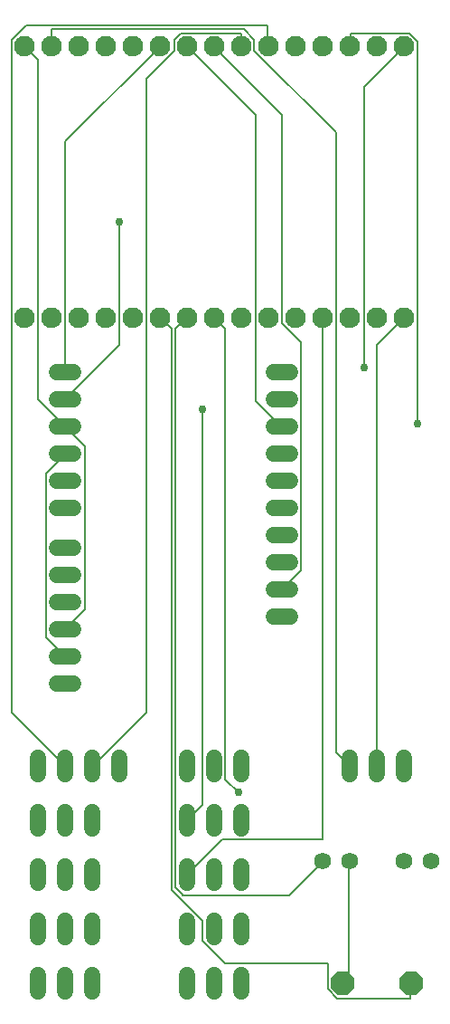
<source format=gbr>
G04 EAGLE Gerber RS-274X export*
G75*
%MOMM*%
%FSLAX34Y34*%
%LPD*%
%INBottom Copper*%
%IPPOS*%
%AMOC8*
5,1,8,0,0,1.08239X$1,22.5*%
G01*
G04 Define Apertures*
%ADD10C,1.930400*%
%ADD11C,1.524000*%
%ADD12P,2.336880X8X22.500000*%
%ADD13C,1.581000*%
%ADD14C,0.152400*%
%ADD15C,0.756400*%
D10*
X-152300Y977888D03*
X-177700Y977888D03*
X-203100Y977888D03*
X-228500Y977888D03*
X-253900Y977888D03*
X-279300Y977888D03*
X-304700Y977888D03*
X-330100Y977888D03*
X-355500Y977888D03*
X-380900Y977888D03*
X-406300Y977888D03*
X-431700Y977888D03*
X-457100Y977888D03*
X-482500Y977888D03*
X-507900Y977888D03*
X-152300Y723838D03*
X-177700Y723838D03*
X-203100Y723838D03*
X-228500Y723838D03*
X-253900Y723838D03*
X-279300Y723838D03*
X-304700Y723838D03*
X-330100Y723838D03*
X-355500Y723838D03*
X-380900Y723838D03*
X-406300Y723838D03*
X-431700Y723838D03*
X-457100Y723838D03*
X-482500Y723838D03*
X-507900Y723838D03*
D11*
X-477520Y546100D02*
X-462280Y546100D01*
X-462280Y571500D02*
X-477520Y571500D01*
X-477520Y596900D02*
X-462280Y596900D01*
X-462280Y622300D02*
X-477520Y622300D01*
X-477520Y647700D02*
X-462280Y647700D01*
X-462280Y673100D02*
X-477520Y673100D01*
D12*
X-210312Y101600D03*
X-145288Y101600D03*
D11*
X-495300Y246380D02*
X-495300Y261620D01*
X-469900Y261620D02*
X-469900Y246380D01*
X-444500Y246380D02*
X-444500Y261620D01*
X-355600Y297180D02*
X-355600Y312420D01*
X-330200Y312420D02*
X-330200Y297180D01*
X-304800Y297180D02*
X-304800Y312420D01*
X-355600Y261620D02*
X-355600Y246380D01*
X-330200Y246380D02*
X-330200Y261620D01*
X-304800Y261620D02*
X-304800Y246380D01*
X-495300Y160020D02*
X-495300Y144780D01*
X-469900Y144780D02*
X-469900Y160020D01*
X-444500Y160020D02*
X-444500Y144780D01*
X-495300Y195580D02*
X-495300Y210820D01*
X-469900Y210820D02*
X-469900Y195580D01*
X-444500Y195580D02*
X-444500Y210820D01*
X-355600Y210820D02*
X-355600Y195580D01*
X-330200Y195580D02*
X-330200Y210820D01*
X-304800Y210820D02*
X-304800Y195580D01*
D13*
X-152400Y215900D03*
X-127000Y215900D03*
D11*
X-259080Y673100D02*
X-274320Y673100D01*
X-274320Y647700D02*
X-259080Y647700D01*
X-259080Y622300D02*
X-274320Y622300D01*
X-274320Y596900D02*
X-259080Y596900D01*
X-259080Y571500D02*
X-274320Y571500D01*
X-274320Y546100D02*
X-259080Y546100D01*
X-259080Y520700D02*
X-274320Y520700D01*
X-274320Y495300D02*
X-259080Y495300D01*
X-259080Y469900D02*
X-274320Y469900D01*
X-274320Y444500D02*
X-259080Y444500D01*
X-462280Y509016D02*
X-477520Y509016D01*
X-477520Y483616D02*
X-462280Y483616D01*
X-462280Y458216D02*
X-477520Y458216D01*
X-477520Y432816D02*
X-462280Y432816D01*
X-462280Y407416D02*
X-477520Y407416D01*
X-477520Y382016D02*
X-462280Y382016D01*
X-495300Y312420D02*
X-495300Y297180D01*
X-469900Y297180D02*
X-469900Y312420D01*
X-444500Y312420D02*
X-444500Y297180D01*
X-419100Y297180D02*
X-419100Y312420D01*
X-355600Y160020D02*
X-355600Y144780D01*
X-330200Y144780D02*
X-330200Y160020D01*
X-304800Y160020D02*
X-304800Y144780D01*
X-495300Y109220D02*
X-495300Y93980D01*
X-469900Y93980D02*
X-469900Y109220D01*
X-444500Y109220D02*
X-444500Y93980D01*
X-355600Y93980D02*
X-355600Y109220D01*
X-330200Y109220D02*
X-330200Y93980D01*
X-304800Y93980D02*
X-304800Y109220D01*
X-203200Y297180D02*
X-203200Y312420D01*
X-177800Y312420D02*
X-177800Y297180D01*
X-152400Y297180D02*
X-152400Y312420D01*
D13*
X-228600Y215900D03*
X-203200Y215900D03*
D14*
X-140000Y625000D02*
X-140000Y982500D01*
X-147500Y990000D01*
X-202500Y990000D01*
X-202500Y978750D01*
X-203100Y977888D01*
D15*
X-140000Y625000D03*
D14*
X-190000Y940000D02*
X-152500Y977500D01*
X-190000Y940000D02*
X-190000Y677500D01*
X-152500Y977500D02*
X-152300Y977888D01*
D15*
X-190000Y677500D03*
D14*
X-520000Y355000D02*
X-470000Y305000D01*
X-520000Y355000D02*
X-520000Y983750D01*
X-506250Y997500D01*
X-280000Y997500D01*
X-280000Y978750D01*
X-470000Y305000D02*
X-469900Y304800D01*
X-279300Y977888D02*
X-280000Y978750D01*
X-393750Y355000D02*
X-443750Y305000D01*
X-393750Y355000D02*
X-393750Y947500D01*
X-367500Y973750D01*
X-367500Y983750D01*
X-361250Y990000D01*
X-305000Y990000D01*
X-305000Y978750D01*
X-443750Y305000D02*
X-444500Y304800D01*
X-304700Y977888D02*
X-305000Y978750D01*
X-248750Y487500D02*
X-266250Y470000D01*
X-248750Y487500D02*
X-248750Y701250D01*
X-266250Y718750D01*
X-266250Y913750D01*
X-330000Y977500D01*
X-266250Y470000D02*
X-266700Y469900D01*
X-330000Y977500D02*
X-330100Y977888D01*
X-487500Y425000D02*
X-470000Y407500D01*
X-487500Y425000D02*
X-487500Y578750D01*
X-470000Y596250D01*
X-470000Y407500D02*
X-469900Y407416D01*
X-470000Y596250D02*
X-469900Y596900D01*
X-291250Y913750D02*
X-355000Y977500D01*
X-291250Y913750D02*
X-291250Y646250D01*
X-267500Y622500D01*
X-355000Y977500D02*
X-355500Y977888D01*
X-267500Y622500D02*
X-266700Y622300D01*
X-470000Y888750D02*
X-381250Y977500D01*
X-470000Y888750D02*
X-470000Y673750D01*
X-381250Y977500D02*
X-380900Y977888D01*
X-470000Y673750D02*
X-469900Y673100D01*
X-451250Y451250D02*
X-468750Y433750D01*
X-451250Y451250D02*
X-451250Y603750D01*
X-468750Y621250D01*
X-468750Y433750D02*
X-469900Y432816D01*
X-468750Y621250D02*
X-469900Y622300D01*
X-495000Y965000D02*
X-507500Y977500D01*
X-495000Y965000D02*
X-495000Y647500D01*
X-470000Y622500D01*
X-507500Y977500D02*
X-507900Y977888D01*
X-470000Y622500D02*
X-469900Y622300D01*
X-203750Y108750D02*
X-210000Y102500D01*
X-203750Y108750D02*
X-203750Y215000D01*
X-210000Y102500D02*
X-210312Y101600D01*
X-203750Y215000D02*
X-203200Y215900D01*
X-468750Y648750D02*
X-418750Y698750D01*
X-418750Y813750D01*
X-468750Y648750D02*
X-469900Y647700D01*
D15*
X-418750Y813750D03*
D14*
X-320000Y292500D02*
X-307500Y280000D01*
X-320000Y292500D02*
X-320000Y713750D01*
X-330000Y723750D01*
X-330100Y723838D01*
D15*
X-307500Y280000D03*
D14*
X-322500Y236250D02*
X-355000Y203750D01*
X-322500Y236250D02*
X-228750Y236250D01*
X-228750Y723750D01*
X-355000Y203750D02*
X-355600Y203200D01*
X-228750Y723750D02*
X-228500Y723838D01*
X-341250Y268750D02*
X-355000Y255000D01*
X-341250Y268750D02*
X-341250Y638750D01*
X-355000Y255000D02*
X-355600Y254000D01*
D15*
X-341250Y638750D03*
D14*
X-177500Y698750D02*
X-152500Y723750D01*
X-177500Y698750D02*
X-177500Y305000D01*
X-152500Y723750D02*
X-152300Y723838D01*
X-177500Y305000D02*
X-177800Y304800D01*
X-203750Y305000D02*
X-216250Y317500D01*
X-216250Y897500D01*
X-292500Y973750D01*
X-292500Y983750D01*
X-302500Y993750D01*
X-482500Y993750D01*
X-482500Y977888D01*
X-203750Y305000D02*
X-203200Y304800D01*
X-228750Y215000D02*
X-260000Y183750D01*
X-360000Y183750D01*
X-360000Y185000D01*
X-366250Y191250D01*
X-366250Y713750D01*
X-356250Y723750D01*
X-228600Y215900D02*
X-228750Y215000D01*
X-355500Y723838D02*
X-356250Y723750D01*
X-370000Y713750D02*
X-380000Y723750D01*
X-370000Y713750D02*
X-370000Y188750D01*
X-341250Y160000D01*
X-341250Y141250D01*
X-320000Y120000D01*
X-223750Y120000D01*
X-223750Y96250D01*
X-215000Y87500D01*
X-146250Y87500D01*
X-146250Y101250D01*
X-380000Y723750D02*
X-380900Y723838D01*
X-146250Y101250D02*
X-145288Y101600D01*
M02*

</source>
